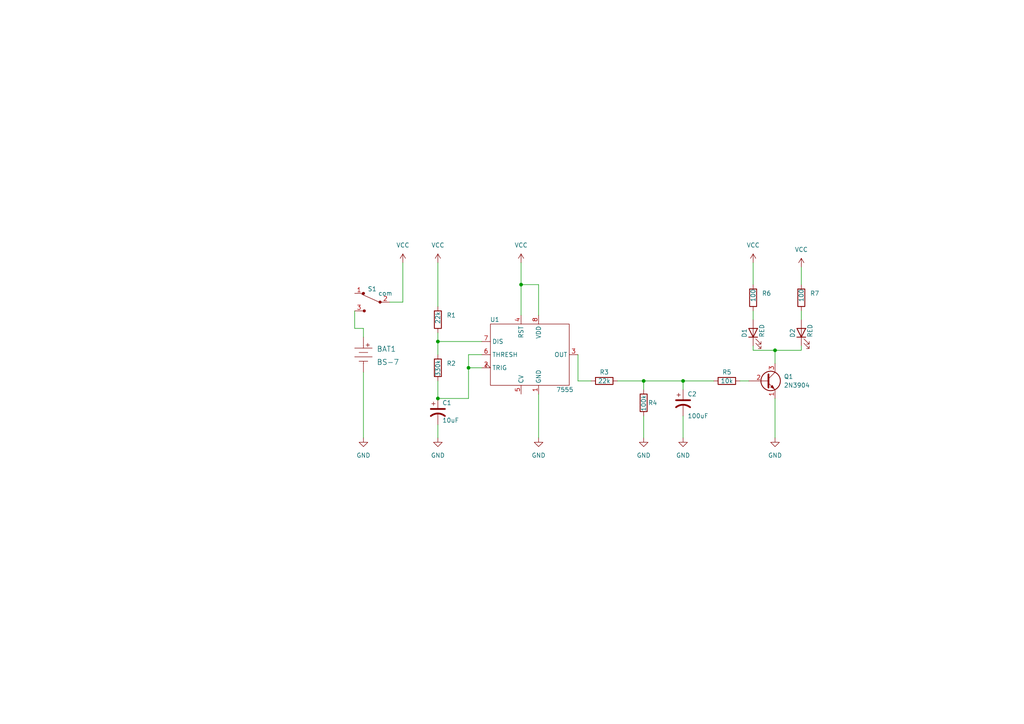
<source format=kicad_sch>
(kicad_sch (version 20211123) (generator eeschema)

  (uuid df7fbaa3-7097-4495-9c92-0586f07d2920)

  (paper "A4")

  (title_block
    (title "555_badge")
    (date "2022-08-03")
    (rev "v01")
    (comment 2 "zongraceo@gmail.com")
    (comment 3 "Licence: CC BY 4.0")
    (comment 4 "Author: Grace Zongo")
  )

  (lib_symbols
    (symbol "555_badge:7555" (in_bom yes) (on_board yes)
      (property "Reference" "U" (id 0) (at -8.89 10.16 0)
        (effects (font (size 1.27 1.27)))
      )
      (property "Value" "7555" (id 1) (at 8.89 -10.16 0)
        (effects (font (size 1.27 1.27)))
      )
      (property "Footprint" "" (id 2) (at 0 0 0)
        (effects (font (size 1.27 1.27)) hide)
      )
      (property "Datasheet" "" (id 3) (at 0 0 0)
        (effects (font (size 1.27 1.27)) hide)
      )
      (symbol "7555_0_1"
        (rectangle (start 11.43 -8.89) (end -11.43 8.89)
          (stroke (width 0) (type default) (color 0 0 0 0))
          (fill (type none))
        )
      )
      (symbol "7555_1_1"
        (pin input line (at 2.54 -11.43 90) (length 2.54)
          (name "GND" (effects (font (size 1.27 1.27))))
          (number "1" (effects (font (size 1.27 1.27))))
        )
        (pin input input_low (at -13.97 -3.81 0) (length 2.54)
          (name "TRIG" (effects (font (size 1.27 1.27))))
          (number "2" (effects (font (size 1.27 1.27))))
        )
        (pin input line (at 13.97 0 180) (length 2.54)
          (name "OUT" (effects (font (size 1.27 1.27))))
          (number "3" (effects (font (size 1.27 1.27))))
        )
        (pin input line (at -2.54 11.43 270) (length 2.54)
          (name "RST" (effects (font (size 1.27 1.27))))
          (number "4" (effects (font (size 1.27 1.27))))
        )
        (pin input line (at -2.54 -11.43 90) (length 2.54)
          (name "CV" (effects (font (size 1.27 1.27))))
          (number "5" (effects (font (size 1.27 1.27))))
        )
        (pin input line (at -13.97 0 0) (length 2.54)
          (name "THRESH" (effects (font (size 1.27 1.27))))
          (number "6" (effects (font (size 1.27 1.27))))
        )
        (pin input line (at -13.97 3.81 0) (length 2.54)
          (name "DIS" (effects (font (size 1.27 1.27))))
          (number "7" (effects (font (size 1.27 1.27))))
        )
        (pin input line (at 2.54 11.43 270) (length 2.54)
          (name "VDD" (effects (font (size 1.27 1.27))))
          (number "8" (effects (font (size 1.27 1.27))))
        )
      )
    )
    (symbol "Device:C_Polarized_US" (pin_numbers hide) (pin_names (offset 0.254) hide) (in_bom yes) (on_board yes)
      (property "Reference" "C" (id 0) (at 0.635 2.54 0)
        (effects (font (size 1.27 1.27)) (justify left))
      )
      (property "Value" "C_Polarized_US" (id 1) (at 0.635 -2.54 0)
        (effects (font (size 1.27 1.27)) (justify left))
      )
      (property "Footprint" "" (id 2) (at 0 0 0)
        (effects (font (size 1.27 1.27)) hide)
      )
      (property "Datasheet" "~" (id 3) (at 0 0 0)
        (effects (font (size 1.27 1.27)) hide)
      )
      (property "ki_keywords" "cap capacitor" (id 4) (at 0 0 0)
        (effects (font (size 1.27 1.27)) hide)
      )
      (property "ki_description" "Polarized capacitor, US symbol" (id 5) (at 0 0 0)
        (effects (font (size 1.27 1.27)) hide)
      )
      (property "ki_fp_filters" "CP_*" (id 6) (at 0 0 0)
        (effects (font (size 1.27 1.27)) hide)
      )
      (symbol "C_Polarized_US_0_1"
        (polyline
          (pts
            (xy -2.032 0.762)
            (xy 2.032 0.762)
          )
          (stroke (width 0.508) (type default) (color 0 0 0 0))
          (fill (type none))
        )
        (polyline
          (pts
            (xy -1.778 2.286)
            (xy -0.762 2.286)
          )
          (stroke (width 0) (type default) (color 0 0 0 0))
          (fill (type none))
        )
        (polyline
          (pts
            (xy -1.27 1.778)
            (xy -1.27 2.794)
          )
          (stroke (width 0) (type default) (color 0 0 0 0))
          (fill (type none))
        )
        (arc (start 2.032 -1.27) (mid 0 -0.5572) (end -2.032 -1.27)
          (stroke (width 0.508) (type default) (color 0 0 0 0))
          (fill (type none))
        )
      )
      (symbol "C_Polarized_US_1_1"
        (pin passive line (at 0 3.81 270) (length 2.794)
          (name "~" (effects (font (size 1.27 1.27))))
          (number "1" (effects (font (size 1.27 1.27))))
        )
        (pin passive line (at 0 -3.81 90) (length 3.302)
          (name "~" (effects (font (size 1.27 1.27))))
          (number "2" (effects (font (size 1.27 1.27))))
        )
      )
    )
    (symbol "Device:LED" (pin_numbers hide) (pin_names (offset 1.016) hide) (in_bom yes) (on_board yes)
      (property "Reference" "D" (id 0) (at 0 2.54 0)
        (effects (font (size 1.27 1.27)))
      )
      (property "Value" "LED" (id 1) (at 0 -2.54 0)
        (effects (font (size 1.27 1.27)))
      )
      (property "Footprint" "" (id 2) (at 0 0 0)
        (effects (font (size 1.27 1.27)) hide)
      )
      (property "Datasheet" "~" (id 3) (at 0 0 0)
        (effects (font (size 1.27 1.27)) hide)
      )
      (property "ki_keywords" "LED diode" (id 4) (at 0 0 0)
        (effects (font (size 1.27 1.27)) hide)
      )
      (property "ki_description" "Light emitting diode" (id 5) (at 0 0 0)
        (effects (font (size 1.27 1.27)) hide)
      )
      (property "ki_fp_filters" "LED* LED_SMD:* LED_THT:*" (id 6) (at 0 0 0)
        (effects (font (size 1.27 1.27)) hide)
      )
      (symbol "LED_0_1"
        (polyline
          (pts
            (xy -1.27 -1.27)
            (xy -1.27 1.27)
          )
          (stroke (width 0.254) (type default) (color 0 0 0 0))
          (fill (type none))
        )
        (polyline
          (pts
            (xy -1.27 0)
            (xy 1.27 0)
          )
          (stroke (width 0) (type default) (color 0 0 0 0))
          (fill (type none))
        )
        (polyline
          (pts
            (xy 1.27 -1.27)
            (xy 1.27 1.27)
            (xy -1.27 0)
            (xy 1.27 -1.27)
          )
          (stroke (width 0.254) (type default) (color 0 0 0 0))
          (fill (type none))
        )
        (polyline
          (pts
            (xy -3.048 -0.762)
            (xy -4.572 -2.286)
            (xy -3.81 -2.286)
            (xy -4.572 -2.286)
            (xy -4.572 -1.524)
          )
          (stroke (width 0) (type default) (color 0 0 0 0))
          (fill (type none))
        )
        (polyline
          (pts
            (xy -1.778 -0.762)
            (xy -3.302 -2.286)
            (xy -2.54 -2.286)
            (xy -3.302 -2.286)
            (xy -3.302 -1.524)
          )
          (stroke (width 0) (type default) (color 0 0 0 0))
          (fill (type none))
        )
      )
      (symbol "LED_1_1"
        (pin passive line (at -3.81 0 0) (length 2.54)
          (name "K" (effects (font (size 1.27 1.27))))
          (number "1" (effects (font (size 1.27 1.27))))
        )
        (pin passive line (at 3.81 0 180) (length 2.54)
          (name "A" (effects (font (size 1.27 1.27))))
          (number "2" (effects (font (size 1.27 1.27))))
        )
      )
    )
    (symbol "Device:R" (pin_numbers hide) (pin_names (offset 0)) (in_bom yes) (on_board yes)
      (property "Reference" "R" (id 0) (at 2.032 0 90)
        (effects (font (size 1.27 1.27)))
      )
      (property "Value" "R" (id 1) (at 0 0 90)
        (effects (font (size 1.27 1.27)))
      )
      (property "Footprint" "" (id 2) (at -1.778 0 90)
        (effects (font (size 1.27 1.27)) hide)
      )
      (property "Datasheet" "~" (id 3) (at 0 0 0)
        (effects (font (size 1.27 1.27)) hide)
      )
      (property "ki_keywords" "R res resistor" (id 4) (at 0 0 0)
        (effects (font (size 1.27 1.27)) hide)
      )
      (property "ki_description" "Resistor" (id 5) (at 0 0 0)
        (effects (font (size 1.27 1.27)) hide)
      )
      (property "ki_fp_filters" "R_*" (id 6) (at 0 0 0)
        (effects (font (size 1.27 1.27)) hide)
      )
      (symbol "R_0_1"
        (rectangle (start -1.016 -2.54) (end 1.016 2.54)
          (stroke (width 0.254) (type default) (color 0 0 0 0))
          (fill (type none))
        )
      )
      (symbol "R_1_1"
        (pin passive line (at 0 3.81 270) (length 1.27)
          (name "~" (effects (font (size 1.27 1.27))))
          (number "1" (effects (font (size 1.27 1.27))))
        )
        (pin passive line (at 0 -3.81 90) (length 1.27)
          (name "~" (effects (font (size 1.27 1.27))))
          (number "2" (effects (font (size 1.27 1.27))))
        )
      )
    )
    (symbol "Transistor_BJT:2N3904" (pin_names (offset 0) hide) (in_bom yes) (on_board yes)
      (property "Reference" "Q" (id 0) (at 5.08 1.905 0)
        (effects (font (size 1.27 1.27)) (justify left))
      )
      (property "Value" "2N3904" (id 1) (at 5.08 0 0)
        (effects (font (size 1.27 1.27)) (justify left))
      )
      (property "Footprint" "Package_TO_SOT_THT:TO-92_Inline" (id 2) (at 5.08 -1.905 0)
        (effects (font (size 1.27 1.27) italic) (justify left) hide)
      )
      (property "Datasheet" "https://www.onsemi.com/pub/Collateral/2N3903-D.PDF" (id 3) (at 0 0 0)
        (effects (font (size 1.27 1.27)) (justify left) hide)
      )
      (property "ki_keywords" "NPN Transistor" (id 4) (at 0 0 0)
        (effects (font (size 1.27 1.27)) hide)
      )
      (property "ki_description" "0.2A Ic, 40V Vce, Small Signal NPN Transistor, TO-92" (id 5) (at 0 0 0)
        (effects (font (size 1.27 1.27)) hide)
      )
      (property "ki_fp_filters" "TO?92*" (id 6) (at 0 0 0)
        (effects (font (size 1.27 1.27)) hide)
      )
      (symbol "2N3904_0_1"
        (polyline
          (pts
            (xy 0.635 0.635)
            (xy 2.54 2.54)
          )
          (stroke (width 0) (type default) (color 0 0 0 0))
          (fill (type none))
        )
        (polyline
          (pts
            (xy 0.635 -0.635)
            (xy 2.54 -2.54)
            (xy 2.54 -2.54)
          )
          (stroke (width 0) (type default) (color 0 0 0 0))
          (fill (type none))
        )
        (polyline
          (pts
            (xy 0.635 1.905)
            (xy 0.635 -1.905)
            (xy 0.635 -1.905)
          )
          (stroke (width 0.508) (type default) (color 0 0 0 0))
          (fill (type none))
        )
        (polyline
          (pts
            (xy 1.27 -1.778)
            (xy 1.778 -1.27)
            (xy 2.286 -2.286)
            (xy 1.27 -1.778)
            (xy 1.27 -1.778)
          )
          (stroke (width 0) (type default) (color 0 0 0 0))
          (fill (type outline))
        )
        (circle (center 1.27 0) (radius 2.8194)
          (stroke (width 0.254) (type default) (color 0 0 0 0))
          (fill (type none))
        )
      )
      (symbol "2N3904_1_1"
        (pin passive line (at 2.54 -5.08 90) (length 2.54)
          (name "E" (effects (font (size 1.27 1.27))))
          (number "1" (effects (font (size 1.27 1.27))))
        )
        (pin passive line (at -5.08 0 0) (length 5.715)
          (name "B" (effects (font (size 1.27 1.27))))
          (number "2" (effects (font (size 1.27 1.27))))
        )
        (pin passive line (at 2.54 5.08 270) (length 2.54)
          (name "C" (effects (font (size 1.27 1.27))))
          (number "3" (effects (font (size 1.27 1.27))))
        )
      )
    )
    (symbol "dk_Battery-Holders-Clips-Contacts:BS-7" (pin_numbers hide) (pin_names (offset 1.016)) (in_bom yes) (on_board yes)
      (property "Reference" "BAT" (id 0) (at -1.27 3.81 0)
        (effects (font (size 1.524 1.524)) (justify right))
      )
      (property "Value" "BS-7" (id 1) (at -1.27 -3.81 0)
        (effects (font (size 1.524 1.524)) (justify right))
      )
      (property "Footprint" "digikey-footprints:Battery_Holder_Coin_2032_BS-7" (id 2) (at 5.08 5.08 0)
        (effects (font (size 1.524 1.524)) (justify left) hide)
      )
      (property "Datasheet" "http://www.memoryprotectiondevices.com/datasheets/BS-7-datasheet.pdf" (id 3) (at 5.08 7.62 90)
        (effects (font (size 1.524 1.524)) (justify left) hide)
      )
      (property "Digi-Key_PN" "BS-7-ND" (id 4) (at 5.08 10.16 0)
        (effects (font (size 1.524 1.524)) (justify left) hide)
      )
      (property "MPN" "BS-7" (id 5) (at 5.08 12.7 0)
        (effects (font (size 1.524 1.524)) (justify left) hide)
      )
      (property "Category" "Battery Products" (id 6) (at 5.08 15.24 0)
        (effects (font (size 1.524 1.524)) (justify left) hide)
      )
      (property "Family" "Battery Holders, Clips, Contacts" (id 7) (at 5.08 17.78 0)
        (effects (font (size 1.524 1.524)) (justify left) hide)
      )
      (property "DK_Datasheet_Link" "http://www.memoryprotectiondevices.com/datasheets/BS-7-datasheet.pdf" (id 8) (at 5.08 20.32 0)
        (effects (font (size 1.524 1.524)) (justify left) hide)
      )
      (property "DK_Detail_Page" "/product-detail/en/mpd-memory-protection-devices/BS-7/BS-7-ND/389447" (id 9) (at 5.08 22.86 0)
        (effects (font (size 1.524 1.524)) (justify left) hide)
      )
      (property "Description" "BATTERY HOLDER COIN 20MM PC PIN" (id 10) (at 5.08 25.4 0)
        (effects (font (size 1.524 1.524)) (justify left) hide)
      )
      (property "Manufacturer" "MPD (Memory Protection Devices)" (id 11) (at 5.08 27.94 0)
        (effects (font (size 1.524 1.524)) (justify left) hide)
      )
      (property "Status" "Active" (id 12) (at 5.08 30.48 0)
        (effects (font (size 1.524 1.524)) (justify left) hide)
      )
      (property "ki_keywords" "BS-7-ND" (id 13) (at 0 0 0)
        (effects (font (size 1.27 1.27)) hide)
      )
      (property "ki_description" "BATTERY HOLDER COIN 20MM PC PIN" (id 14) (at 0 0 0)
        (effects (font (size 1.27 1.27)) hide)
      )
      (symbol "BS-7_1_1"
        (polyline
          (pts
            (xy 0 -2.54)
            (xy 0 -1.905)
          )
          (stroke (width 0) (type default) (color 0 0 0 0))
          (fill (type none))
        )
        (polyline
          (pts
            (xy 0 1.905)
            (xy 0 2.54)
          )
          (stroke (width 0) (type default) (color 0 0 0 0))
          (fill (type none))
        )
        (polyline
          (pts
            (xy 1.27 -1.905)
            (xy -1.27 -1.905)
          )
          (stroke (width 0) (type default) (color 0 0 0 0))
          (fill (type none))
        )
        (polyline
          (pts
            (xy 1.27 0.635)
            (xy -1.27 0.635)
          )
          (stroke (width 0) (type default) (color 0 0 0 0))
          (fill (type none))
        )
        (polyline
          (pts
            (xy 1.27 2.286)
            (xy 1.27 3.302)
          )
          (stroke (width 0) (type default) (color 0 0 0 0))
          (fill (type none))
        )
        (polyline
          (pts
            (xy 1.778 2.794)
            (xy 0.762 2.794)
          )
          (stroke (width 0) (type default) (color 0 0 0 0))
          (fill (type none))
        )
        (polyline
          (pts
            (xy 2.54 -0.635)
            (xy -2.54 -0.635)
          )
          (stroke (width 0) (type default) (color 0 0 0 0))
          (fill (type none))
        )
        (polyline
          (pts
            (xy 2.54 1.905)
            (xy -2.54 1.905)
          )
          (stroke (width 0) (type default) (color 0 0 0 0))
          (fill (type none))
        )
        (pin power_out line (at 0 -5.08 90) (length 2.54)
          (name "~" (effects (font (size 1.27 1.27))))
          (number "Neg" (effects (font (size 1.27 1.27))))
        )
        (pin power_out line (at 0 5.08 270) (length 2.54)
          (name "~" (effects (font (size 1.27 1.27))))
          (number "Pos" (effects (font (size 1.27 1.27))))
        )
      )
    )
    (symbol "dk_Slide-Switches:EG1218" (pin_names (offset 0)) (in_bom yes) (on_board yes)
      (property "Reference" "S" (id 0) (at -3.81 2.286 0)
        (effects (font (size 1.27 1.27)))
      )
      (property "Value" "EG1218" (id 1) (at 0 -5.334 0)
        (effects (font (size 1.27 1.27)))
      )
      (property "Footprint" "digikey-footprints:Switch_Slide_11.6x4mm_EG1218" (id 2) (at 5.08 5.08 0)
        (effects (font (size 1.27 1.27)) (justify left) hide)
      )
      (property "Datasheet" "http://spec_sheets.e-switch.com/specs/P040040.pdf" (id 3) (at 5.08 7.62 0)
        (effects (font (size 1.524 1.524)) (justify left) hide)
      )
      (property "Digi-Key_PN" "EG1903-ND" (id 4) (at 5.08 10.16 0)
        (effects (font (size 1.524 1.524)) (justify left) hide)
      )
      (property "MPN" "EG1218" (id 5) (at 5.08 12.7 0)
        (effects (font (size 1.524 1.524)) (justify left) hide)
      )
      (property "Category" "Switches" (id 6) (at 5.08 15.24 0)
        (effects (font (size 1.524 1.524)) (justify left) hide)
      )
      (property "Family" "Slide Switches" (id 7) (at 5.08 17.78 0)
        (effects (font (size 1.524 1.524)) (justify left) hide)
      )
      (property "DK_Datasheet_Link" "http://spec_sheets.e-switch.com/specs/P040040.pdf" (id 8) (at 5.08 20.32 0)
        (effects (font (size 1.524 1.524)) (justify left) hide)
      )
      (property "DK_Detail_Page" "/product-detail/en/e-switch/EG1218/EG1903-ND/101726" (id 9) (at 5.08 22.86 0)
        (effects (font (size 1.524 1.524)) (justify left) hide)
      )
      (property "Description" "SWITCH SLIDE SPDT 200MA 30V" (id 10) (at 5.08 25.4 0)
        (effects (font (size 1.524 1.524)) (justify left) hide)
      )
      (property "Manufacturer" "E-Switch" (id 11) (at 5.08 27.94 0)
        (effects (font (size 1.524 1.524)) (justify left) hide)
      )
      (property "Status" "Active" (id 12) (at 5.08 30.48 0)
        (effects (font (size 1.524 1.524)) (justify left) hide)
      )
      (property "ki_keywords" "EG1903-ND EG" (id 13) (at 0 0 0)
        (effects (font (size 1.27 1.27)) hide)
      )
      (property "ki_description" "SWITCH SLIDE SPDT 200MA 30V" (id 14) (at 0 0 0)
        (effects (font (size 1.27 1.27)) hide)
      )
      (symbol "EG1218_0_1"
        (circle (center -2.286 0) (radius 0.3556)
          (stroke (width 0) (type default) (color 0 0 0 0))
          (fill (type outline))
        )
        (polyline
          (pts
            (xy -2.032 0)
            (xy 3.048 2.286)
          )
          (stroke (width 0) (type default) (color 0 0 0 0))
          (fill (type none))
        )
        (circle (center 2.286 -2.54) (radius 0.3556)
          (stroke (width 0) (type default) (color 0 0 0 0))
          (fill (type outline))
        )
        (circle (center 2.54 2.54) (radius 0.3556)
          (stroke (width 0) (type default) (color 0 0 0 0))
          (fill (type outline))
        )
      )
      (symbol "EG1218_1_1"
        (pin passive line (at 5.08 2.54 180) (length 2.54)
          (name "~" (effects (font (size 1.27 1.27))))
          (number "1" (effects (font (size 1.27 1.27))))
        )
        (pin passive line (at -5.08 0 0) (length 2.54)
          (name "~" (effects (font (size 1.27 1.27))))
          (number "2" (effects (font (size 1.27 1.27))))
        )
        (pin passive line (at 5.08 -2.54 180) (length 2.54)
          (name "~" (effects (font (size 1.27 1.27))))
          (number "3" (effects (font (size 1.27 1.27))))
        )
      )
    )
    (symbol "power:GND" (power) (pin_names (offset 0)) (in_bom yes) (on_board yes)
      (property "Reference" "#PWR" (id 0) (at 0 -6.35 0)
        (effects (font (size 1.27 1.27)) hide)
      )
      (property "Value" "GND" (id 1) (at 0 -3.81 0)
        (effects (font (size 1.27 1.27)))
      )
      (property "Footprint" "" (id 2) (at 0 0 0)
        (effects (font (size 1.27 1.27)) hide)
      )
      (property "Datasheet" "" (id 3) (at 0 0 0)
        (effects (font (size 1.27 1.27)) hide)
      )
      (property "ki_keywords" "power-flag" (id 4) (at 0 0 0)
        (effects (font (size 1.27 1.27)) hide)
      )
      (property "ki_description" "Power symbol creates a global label with name \"GND\" , ground" (id 5) (at 0 0 0)
        (effects (font (size 1.27 1.27)) hide)
      )
      (symbol "GND_0_1"
        (polyline
          (pts
            (xy 0 0)
            (xy 0 -1.27)
            (xy 1.27 -1.27)
            (xy 0 -2.54)
            (xy -1.27 -1.27)
            (xy 0 -1.27)
          )
          (stroke (width 0) (type default) (color 0 0 0 0))
          (fill (type none))
        )
      )
      (symbol "GND_1_1"
        (pin power_in line (at 0 0 270) (length 0) hide
          (name "GND" (effects (font (size 1.27 1.27))))
          (number "1" (effects (font (size 1.27 1.27))))
        )
      )
    )
    (symbol "power:VCC" (power) (pin_names (offset 0)) (in_bom yes) (on_board yes)
      (property "Reference" "#PWR" (id 0) (at 0 -3.81 0)
        (effects (font (size 1.27 1.27)) hide)
      )
      (property "Value" "VCC" (id 1) (at 0 3.81 0)
        (effects (font (size 1.27 1.27)))
      )
      (property "Footprint" "" (id 2) (at 0 0 0)
        (effects (font (size 1.27 1.27)) hide)
      )
      (property "Datasheet" "" (id 3) (at 0 0 0)
        (effects (font (size 1.27 1.27)) hide)
      )
      (property "ki_keywords" "power-flag" (id 4) (at 0 0 0)
        (effects (font (size 1.27 1.27)) hide)
      )
      (property "ki_description" "Power symbol creates a global label with name \"VCC\"" (id 5) (at 0 0 0)
        (effects (font (size 1.27 1.27)) hide)
      )
      (symbol "VCC_0_1"
        (polyline
          (pts
            (xy -0.762 1.27)
            (xy 0 2.54)
          )
          (stroke (width 0) (type default) (color 0 0 0 0))
          (fill (type none))
        )
        (polyline
          (pts
            (xy 0 0)
            (xy 0 2.54)
          )
          (stroke (width 0) (type default) (color 0 0 0 0))
          (fill (type none))
        )
        (polyline
          (pts
            (xy 0 2.54)
            (xy 0.762 1.27)
          )
          (stroke (width 0) (type default) (color 0 0 0 0))
          (fill (type none))
        )
      )
      (symbol "VCC_1_1"
        (pin power_in line (at 0 0 90) (length 0) hide
          (name "VCC" (effects (font (size 1.27 1.27))))
          (number "1" (effects (font (size 1.27 1.27))))
        )
      )
    )
  )

  (junction (at 135.89 106.68) (diameter 0) (color 0 0 0 0)
    (uuid 08b61df7-7c05-47dd-8d7d-af41f11f7ae4)
  )
  (junction (at 198.12 110.49) (diameter 0) (color 0 0 0 0)
    (uuid 20e8f2cc-ab8a-4270-8390-ca73c26d9a8c)
  )
  (junction (at 127 99.06) (diameter 0) (color 0 0 0 0)
    (uuid 2b0560bd-ff6b-405e-bfd3-333a4dde986f)
  )
  (junction (at 151.13 82.55) (diameter 0) (color 0 0 0 0)
    (uuid 642e8f39-bfe7-4978-a0b6-0d829dd41789)
  )
  (junction (at 186.69 110.49) (diameter 0) (color 0 0 0 0)
    (uuid 670b863a-8d49-46d4-b625-2de01d967f6e)
  )
  (junction (at 224.79 101.6) (diameter 0) (color 0 0 0 0)
    (uuid cfbf0845-f3c2-496f-99a7-24e338413cc4)
  )
  (junction (at 127 115.57) (diameter 0) (color 0 0 0 0)
    (uuid efb16aaa-7d7a-4e10-bd38-f5bf6217eb6b)
  )

  (wire (pts (xy 135.89 106.68) (xy 135.89 102.87))
    (stroke (width 0) (type default) (color 0 0 0 0))
    (uuid 03fca41a-89f8-4721-968b-df75123e701e)
  )
  (wire (pts (xy 135.89 102.87) (xy 139.7 102.87))
    (stroke (width 0) (type default) (color 0 0 0 0))
    (uuid 0731b7a6-ec2f-41b5-a488-17d780d0bb85)
  )
  (wire (pts (xy 102.87 90.17) (xy 102.87 95.25))
    (stroke (width 0) (type default) (color 0 0 0 0))
    (uuid 1b416299-51ca-413a-a4a5-abb98157f0bc)
  )
  (wire (pts (xy 105.41 95.25) (xy 102.87 95.25))
    (stroke (width 0) (type default) (color 0 0 0 0))
    (uuid 240a8927-81c2-45a2-82f6-0a4e381cf911)
  )
  (wire (pts (xy 224.79 101.6) (xy 232.41 101.6))
    (stroke (width 0) (type default) (color 0 0 0 0))
    (uuid 2b7e788b-8d3a-45dd-85ad-19e2c3921c4c)
  )
  (wire (pts (xy 224.79 101.6) (xy 218.44 101.6))
    (stroke (width 0) (type default) (color 0 0 0 0))
    (uuid 40e8a319-6bdd-43ce-9a8d-b0f8c707bbe0)
  )
  (wire (pts (xy 151.13 82.55) (xy 151.13 91.44))
    (stroke (width 0) (type default) (color 0 0 0 0))
    (uuid 48232d96-91c1-4605-b7cd-e9dfd7994f7c)
  )
  (wire (pts (xy 198.12 110.49) (xy 198.12 113.03))
    (stroke (width 0) (type default) (color 0 0 0 0))
    (uuid 4c37f258-9fea-4063-84e0-1c9e298fee3e)
  )
  (wire (pts (xy 214.63 110.49) (xy 217.17 110.49))
    (stroke (width 0) (type default) (color 0 0 0 0))
    (uuid 5097735f-aca0-473e-a4a9-853de7a75468)
  )
  (wire (pts (xy 151.13 82.55) (xy 156.21 82.55))
    (stroke (width 0) (type default) (color 0 0 0 0))
    (uuid 558fc5e8-316b-4cbf-a3ed-91c52dddd8ab)
  )
  (wire (pts (xy 156.21 114.3) (xy 156.21 127))
    (stroke (width 0) (type default) (color 0 0 0 0))
    (uuid 57f99cb4-2293-41f2-96d3-8b46ac2f1fec)
  )
  (wire (pts (xy 186.69 110.49) (xy 186.69 113.03))
    (stroke (width 0) (type default) (color 0 0 0 0))
    (uuid 5c34adb7-a629-488c-ba98-0e0d879da2a4)
  )
  (wire (pts (xy 198.12 110.49) (xy 207.01 110.49))
    (stroke (width 0) (type default) (color 0 0 0 0))
    (uuid 6742a2bd-d874-4165-844d-85867bfecd47)
  )
  (wire (pts (xy 127 99.06) (xy 127 102.87))
    (stroke (width 0) (type default) (color 0 0 0 0))
    (uuid 6bd5515d-6b9d-4894-80eb-4ffdfed5eada)
  )
  (wire (pts (xy 127 115.57) (xy 135.89 115.57))
    (stroke (width 0) (type default) (color 0 0 0 0))
    (uuid 6db59bfc-28b9-40c6-abf9-2c009136256d)
  )
  (wire (pts (xy 167.64 110.49) (xy 171.45 110.49))
    (stroke (width 0) (type default) (color 0 0 0 0))
    (uuid 74af732b-7c5a-4bf1-99cf-b426b37541b2)
  )
  (wire (pts (xy 218.44 90.17) (xy 218.44 92.71))
    (stroke (width 0) (type default) (color 0 0 0 0))
    (uuid 7ac022bf-df03-4247-a1c4-fc892d9c2e44)
  )
  (wire (pts (xy 186.69 110.49) (xy 198.12 110.49))
    (stroke (width 0) (type default) (color 0 0 0 0))
    (uuid 7e882efc-1482-451e-a23e-7a000e77191d)
  )
  (wire (pts (xy 105.41 107.95) (xy 105.41 127))
    (stroke (width 0) (type default) (color 0 0 0 0))
    (uuid 828aeab3-2bd5-4495-b699-48115bc1abd7)
  )
  (wire (pts (xy 156.21 91.44) (xy 156.21 82.55))
    (stroke (width 0) (type default) (color 0 0 0 0))
    (uuid 82be66fd-52ff-4376-8670-b149a81c7b37)
  )
  (wire (pts (xy 232.41 77.47) (xy 232.41 82.55))
    (stroke (width 0) (type default) (color 0 0 0 0))
    (uuid 864228a8-e5eb-4c65-b3ed-d152ccaf01ad)
  )
  (wire (pts (xy 179.07 110.49) (xy 186.69 110.49))
    (stroke (width 0) (type default) (color 0 0 0 0))
    (uuid 99f053bb-8600-46c5-a2f8-f0c06e1aa1d4)
  )
  (wire (pts (xy 232.41 90.17) (xy 232.41 92.71))
    (stroke (width 0) (type default) (color 0 0 0 0))
    (uuid acd48934-218b-475c-862c-32e4bd3edf0c)
  )
  (wire (pts (xy 232.41 100.33) (xy 232.41 101.6))
    (stroke (width 0) (type default) (color 0 0 0 0))
    (uuid ad47cc37-6222-457c-be57-be078b964629)
  )
  (wire (pts (xy 116.84 76.2) (xy 116.84 87.63))
    (stroke (width 0) (type default) (color 0 0 0 0))
    (uuid b2e14427-e555-465a-8e31-2ed3d9650262)
  )
  (wire (pts (xy 127 99.06) (xy 139.7 99.06))
    (stroke (width 0) (type default) (color 0 0 0 0))
    (uuid b619e632-b5a8-45f2-b49b-c399d882fb35)
  )
  (wire (pts (xy 167.64 102.87) (xy 167.64 110.49))
    (stroke (width 0) (type default) (color 0 0 0 0))
    (uuid ba5bde10-ff2f-48dc-afa4-75d3d1d908ab)
  )
  (wire (pts (xy 135.89 106.68) (xy 139.7 106.68))
    (stroke (width 0) (type default) (color 0 0 0 0))
    (uuid c1ca6519-c522-44e2-be76-f1fc45eb467b)
  )
  (wire (pts (xy 186.69 120.65) (xy 186.69 127))
    (stroke (width 0) (type default) (color 0 0 0 0))
    (uuid c57b2ef5-e641-40d6-b893-24d0d1c4369f)
  )
  (wire (pts (xy 224.79 105.41) (xy 224.79 101.6))
    (stroke (width 0) (type default) (color 0 0 0 0))
    (uuid c7b2466c-93c6-4e7c-b25d-26b7c1ee1bab)
  )
  (wire (pts (xy 218.44 100.33) (xy 218.44 101.6))
    (stroke (width 0) (type default) (color 0 0 0 0))
    (uuid cc66b951-438a-4bfe-9155-f9deef134686)
  )
  (wire (pts (xy 127 123.19) (xy 127 127))
    (stroke (width 0) (type default) (color 0 0 0 0))
    (uuid d2775ec9-a6c7-4dab-919b-004bd5024c90)
  )
  (wire (pts (xy 224.79 115.57) (xy 224.79 127))
    (stroke (width 0) (type default) (color 0 0 0 0))
    (uuid d83dcb52-c210-441e-875b-58e19f3508be)
  )
  (wire (pts (xy 198.12 120.65) (xy 198.12 127))
    (stroke (width 0) (type default) (color 0 0 0 0))
    (uuid d987bab5-6243-4506-ac94-bc1908738ed2)
  )
  (wire (pts (xy 127 110.49) (xy 127 115.57))
    (stroke (width 0) (type default) (color 0 0 0 0))
    (uuid defcd78c-1ffe-418b-be6d-d144b2e006c1)
  )
  (wire (pts (xy 127 76.2) (xy 127 88.9))
    (stroke (width 0) (type default) (color 0 0 0 0))
    (uuid e5e2b78d-a5a3-4d4c-bf60-c1871f2281ad)
  )
  (wire (pts (xy 151.13 76.2) (xy 151.13 82.55))
    (stroke (width 0) (type default) (color 0 0 0 0))
    (uuid ea9f959a-08c8-460d-b91e-9a627fdcd09c)
  )
  (wire (pts (xy 105.41 97.79) (xy 105.41 95.25))
    (stroke (width 0) (type default) (color 0 0 0 0))
    (uuid ee0867c6-eb87-4ec4-a432-215b832a6a87)
  )
  (wire (pts (xy 135.89 115.57) (xy 135.89 106.68))
    (stroke (width 0) (type default) (color 0 0 0 0))
    (uuid f0a07b6c-9e83-45ed-ab53-57c5d81a8150)
  )
  (wire (pts (xy 113.03 87.63) (xy 116.84 87.63))
    (stroke (width 0) (type default) (color 0 0 0 0))
    (uuid f175d2e8-ae07-4805-863d-9301e414cf38)
  )
  (wire (pts (xy 127 96.52) (xy 127 99.06))
    (stroke (width 0) (type default) (color 0 0 0 0))
    (uuid f6d117c5-1b98-4380-8f4e-a8b0e0504cd4)
  )
  (wire (pts (xy 218.44 76.2) (xy 218.44 82.55))
    (stroke (width 0) (type default) (color 0 0 0 0))
    (uuid fe06bbfb-54d1-4b71-acd7-ca11b89d7cdf)
  )

  (symbol (lib_id "Device:R") (at 232.41 86.36 0) (unit 1)
    (in_bom yes) (on_board yes)
    (uuid 19a56018-58bb-442c-9d2d-587135328478)
    (property "Reference" "R7" (id 0) (at 234.95 85.0899 0)
      (effects (font (size 1.27 1.27)) (justify left))
    )
    (property "Value" "100" (id 1) (at 232.41 87.63 90)
      (effects (font (size 1.27 1.27)) (justify left))
    )
    (property "Footprint" "Resistor_THT:R_Axial_DIN0207_L6.3mm_D2.5mm_P7.62mm_Horizontal" (id 2) (at 230.632 86.36 90)
      (effects (font (size 1.27 1.27)) hide)
    )
    (property "Datasheet" "~" (id 3) (at 232.41 86.36 0)
      (effects (font (size 1.27 1.27)) hide)
    )
    (pin "1" (uuid bd492fb7-6a0b-411b-a839-59b76fd59697))
    (pin "2" (uuid 1a21f227-b695-4796-9ffd-ce7040bf8dbe))
  )

  (symbol (lib_id "power:GND") (at 105.41 127 0) (unit 1)
    (in_bom yes) (on_board yes) (fields_autoplaced)
    (uuid 1a24cd78-aa88-4411-98d5-56dbbc04d0e3)
    (property "Reference" "#PWR01" (id 0) (at 105.41 133.35 0)
      (effects (font (size 1.27 1.27)) hide)
    )
    (property "Value" "GND" (id 1) (at 105.41 132.08 0))
    (property "Footprint" "" (id 2) (at 105.41 127 0)
      (effects (font (size 1.27 1.27)) hide)
    )
    (property "Datasheet" "" (id 3) (at 105.41 127 0)
      (effects (font (size 1.27 1.27)) hide)
    )
    (pin "1" (uuid adf36465-0941-4f69-bc3c-ee75effa30a7))
  )

  (symbol (lib_id "dk_Slide-Switches:EG1218") (at 107.95 87.63 0) (mirror y) (unit 1)
    (in_bom yes) (on_board yes)
    (uuid 2665bcc9-3e1d-45dc-ab8a-8c6ed459917d)
    (property "Reference" "S1" (id 0) (at 107.95 83.82 0))
    (property "Value" "com" (id 1) (at 111.76 85.09 0))
    (property "Footprint" "digikey-footprints:Switch_Slide_11.6x4mm_EG1218" (id 2) (at 102.87 82.55 0)
      (effects (font (size 1.27 1.27)) (justify left) hide)
    )
    (property "Datasheet" "http://spec_sheets.e-switch.com/specs/P040040.pdf" (id 3) (at 102.87 80.01 0)
      (effects (font (size 1.524 1.524)) (justify left) hide)
    )
    (property "Digi-Key_PN" "EG1903-ND" (id 4) (at 102.87 77.47 0)
      (effects (font (size 1.524 1.524)) (justify left) hide)
    )
    (property "MPN" "EG1218" (id 5) (at 102.87 74.93 0)
      (effects (font (size 1.524 1.524)) (justify left) hide)
    )
    (property "Category" "Switches" (id 6) (at 102.87 72.39 0)
      (effects (font (size 1.524 1.524)) (justify left) hide)
    )
    (property "Family" "Slide Switches" (id 7) (at 102.87 69.85 0)
      (effects (font (size 1.524 1.524)) (justify left) hide)
    )
    (property "DK_Datasheet_Link" "http://spec_sheets.e-switch.com/specs/P040040.pdf" (id 8) (at 102.87 67.31 0)
      (effects (font (size 1.524 1.524)) (justify left) hide)
    )
    (property "DK_Detail_Page" "/product-detail/en/e-switch/EG1218/EG1903-ND/101726" (id 9) (at 102.87 64.77 0)
      (effects (font (size 1.524 1.524)) (justify left) hide)
    )
    (property "Description" "SWITCH SLIDE SPDT 200MA 30V" (id 10) (at 102.87 62.23 0)
      (effects (font (size 1.524 1.524)) (justify left) hide)
    )
    (property "Manufacturer" "E-Switch" (id 11) (at 102.87 59.69 0)
      (effects (font (size 1.524 1.524)) (justify left) hide)
    )
    (property "Status" "Active" (id 12) (at 102.87 57.15 0)
      (effects (font (size 1.524 1.524)) (justify left) hide)
    )
    (pin "1" (uuid 0a53df3f-5fc4-46c8-9389-93a93bbababe))
    (pin "2" (uuid 7e5f3684-225a-4d0f-a2f8-3c4ca6d52ac3))
    (pin "3" (uuid fb22dc94-f8f6-4e69-948a-858a010648a0))
  )

  (symbol (lib_id "power:VCC") (at 116.84 76.2 0) (unit 1)
    (in_bom yes) (on_board yes) (fields_autoplaced)
    (uuid 5b0279db-95bb-4458-b646-3ee14bb48871)
    (property "Reference" "#PWR02" (id 0) (at 116.84 80.01 0)
      (effects (font (size 1.27 1.27)) hide)
    )
    (property "Value" "VCC" (id 1) (at 116.84 71.12 0))
    (property "Footprint" "" (id 2) (at 116.84 76.2 0)
      (effects (font (size 1.27 1.27)) hide)
    )
    (property "Datasheet" "" (id 3) (at 116.84 76.2 0)
      (effects (font (size 1.27 1.27)) hide)
    )
    (pin "1" (uuid 75e6f6b5-1e0d-4c8b-9f66-1dbac85bef97))
  )

  (symbol (lib_id "Transistor_BJT:2N3904") (at 222.25 110.49 0) (unit 1)
    (in_bom yes) (on_board yes) (fields_autoplaced)
    (uuid 5e0f8c9a-e674-4c8f-aab6-838787808a06)
    (property "Reference" "Q1" (id 0) (at 227.33 109.2199 0)
      (effects (font (size 1.27 1.27)) (justify left))
    )
    (property "Value" "2N3904" (id 1) (at 227.33 111.7599 0)
      (effects (font (size 1.27 1.27)) (justify left))
    )
    (property "Footprint" "Package_TO_SOT_THT:TO-92_Inline" (id 2) (at 227.33 112.395 0)
      (effects (font (size 1.27 1.27) italic) (justify left) hide)
    )
    (property "Datasheet" "https://www.onsemi.com/pub/Collateral/2N3903-D.PDF" (id 3) (at 222.25 110.49 0)
      (effects (font (size 1.27 1.27)) (justify left) hide)
    )
    (pin "1" (uuid 72e3d470-48c3-4476-b72b-fe16afe4e92b))
    (pin "2" (uuid 5436008b-aee8-4c74-a955-6a6619be763f))
    (pin "3" (uuid 97937018-ba67-4ba5-bd23-aa51ae4cfc5f))
  )

  (symbol (lib_id "Device:R") (at 186.69 116.84 0) (unit 1)
    (in_bom yes) (on_board yes)
    (uuid 602e41d2-8b6d-42bc-bd49-9bd37cec50ce)
    (property "Reference" "R4" (id 0) (at 187.96 116.84 0)
      (effects (font (size 1.27 1.27)) (justify left))
    )
    (property "Value" "100k" (id 1) (at 186.69 119.38 90)
      (effects (font (size 1.27 1.27)) (justify left))
    )
    (property "Footprint" "Resistor_THT:R_Axial_DIN0207_L6.3mm_D2.5mm_P7.62mm_Horizontal" (id 2) (at 184.912 116.84 90)
      (effects (font (size 1.27 1.27)) hide)
    )
    (property "Datasheet" "~" (id 3) (at 186.69 116.84 0)
      (effects (font (size 1.27 1.27)) hide)
    )
    (pin "1" (uuid e22a8207-ba6e-408b-ad50-83d5fc9d63b5))
    (pin "2" (uuid 93873033-43fd-4f6a-a87f-3b48c137f3bd))
  )

  (symbol (lib_id "power:VCC") (at 151.13 76.2 0) (unit 1)
    (in_bom yes) (on_board yes) (fields_autoplaced)
    (uuid 6d638bfd-035c-4af0-8c22-6dd193a9b8f6)
    (property "Reference" "#PWR05" (id 0) (at 151.13 80.01 0)
      (effects (font (size 1.27 1.27)) hide)
    )
    (property "Value" "VCC" (id 1) (at 151.13 71.12 0))
    (property "Footprint" "" (id 2) (at 151.13 76.2 0)
      (effects (font (size 1.27 1.27)) hide)
    )
    (property "Datasheet" "" (id 3) (at 151.13 76.2 0)
      (effects (font (size 1.27 1.27)) hide)
    )
    (pin "1" (uuid 89fedfa8-717f-490d-8d2a-641faa3f9042))
  )

  (symbol (lib_id "Device:R") (at 127 92.71 0) (unit 1)
    (in_bom yes) (on_board yes)
    (uuid 6ff92bae-5dc8-47c8-9421-732496cc66f3)
    (property "Reference" "R1" (id 0) (at 129.54 91.4399 0)
      (effects (font (size 1.27 1.27)) (justify left))
    )
    (property "Value" "22k" (id 1) (at 127 93.98 90)
      (effects (font (size 1.27 1.27)) (justify left))
    )
    (property "Footprint" "Resistor_THT:R_Axial_DIN0207_L6.3mm_D2.5mm_P7.62mm_Horizontal" (id 2) (at 125.222 92.71 90)
      (effects (font (size 1.27 1.27)) hide)
    )
    (property "Datasheet" "~" (id 3) (at 127 92.71 0)
      (effects (font (size 1.27 1.27)) hide)
    )
    (pin "1" (uuid 9ae43ac3-87f0-4c4b-ac14-40e8926726fc))
    (pin "2" (uuid c433b14a-2469-42af-ba23-8b20bd3558e0))
  )

  (symbol (lib_id "Device:LED") (at 218.44 96.52 90) (unit 1)
    (in_bom yes) (on_board yes)
    (uuid 7299253b-8b45-46e0-aa80-4a583b65117b)
    (property "Reference" "D1" (id 0) (at 215.9 95.25 0)
      (effects (font (size 1.27 1.27)) (justify right))
    )
    (property "Value" "RED" (id 1) (at 220.98 93.98 0)
      (effects (font (size 1.27 1.27)) (justify right))
    )
    (property "Footprint" "LED_THT:LED_D3.0mm" (id 2) (at 218.44 96.52 0)
      (effects (font (size 1.27 1.27)) hide)
    )
    (property "Datasheet" "~" (id 3) (at 218.44 96.52 0)
      (effects (font (size 1.27 1.27)) hide)
    )
    (pin "1" (uuid 03695c8f-2b35-4d6a-a6ed-91bbf9e0ba9c))
    (pin "2" (uuid 7bc739f9-e66e-42d7-868d-5a818f77ccb2))
  )

  (symbol (lib_id "power:GND") (at 198.12 127 0) (unit 1)
    (in_bom yes) (on_board yes) (fields_autoplaced)
    (uuid 7952088e-4d36-4552-8d37-f8c042afeeac)
    (property "Reference" "#PWR08" (id 0) (at 198.12 133.35 0)
      (effects (font (size 1.27 1.27)) hide)
    )
    (property "Value" "GND" (id 1) (at 198.12 132.08 0))
    (property "Footprint" "" (id 2) (at 198.12 127 0)
      (effects (font (size 1.27 1.27)) hide)
    )
    (property "Datasheet" "" (id 3) (at 198.12 127 0)
      (effects (font (size 1.27 1.27)) hide)
    )
    (pin "1" (uuid 237e2804-8cc1-453b-9d45-83e577037ac7))
  )

  (symbol (lib_id "power:GND") (at 186.69 127 0) (unit 1)
    (in_bom yes) (on_board yes) (fields_autoplaced)
    (uuid 88d03dc4-2688-440b-b49c-0e239df91ad2)
    (property "Reference" "#PWR07" (id 0) (at 186.69 133.35 0)
      (effects (font (size 1.27 1.27)) hide)
    )
    (property "Value" "GND" (id 1) (at 186.69 132.08 0))
    (property "Footprint" "" (id 2) (at 186.69 127 0)
      (effects (font (size 1.27 1.27)) hide)
    )
    (property "Datasheet" "" (id 3) (at 186.69 127 0)
      (effects (font (size 1.27 1.27)) hide)
    )
    (pin "1" (uuid 79c40bfa-94eb-4d2a-b488-aa8b3433803f))
  )

  (symbol (lib_id "power:VCC") (at 127 76.2 0) (unit 1)
    (in_bom yes) (on_board yes) (fields_autoplaced)
    (uuid 9517c69b-6d39-44fe-a5ce-7e248d17f8c5)
    (property "Reference" "#PWR03" (id 0) (at 127 80.01 0)
      (effects (font (size 1.27 1.27)) hide)
    )
    (property "Value" "VCC" (id 1) (at 127 71.12 0))
    (property "Footprint" "" (id 2) (at 127 76.2 0)
      (effects (font (size 1.27 1.27)) hide)
    )
    (property "Datasheet" "" (id 3) (at 127 76.2 0)
      (effects (font (size 1.27 1.27)) hide)
    )
    (pin "1" (uuid 282cae82-50c0-4d09-ab56-5688930a2886))
  )

  (symbol (lib_id "Device:R") (at 218.44 86.36 0) (unit 1)
    (in_bom yes) (on_board yes)
    (uuid a276e980-d576-4eef-bb01-982f8c6fad33)
    (property "Reference" "R6" (id 0) (at 220.98 85.0899 0)
      (effects (font (size 1.27 1.27)) (justify left))
    )
    (property "Value" "100" (id 1) (at 218.44 87.63 90)
      (effects (font (size 1.27 1.27)) (justify left))
    )
    (property "Footprint" "Resistor_THT:R_Axial_DIN0207_L6.3mm_D2.5mm_P7.62mm_Horizontal" (id 2) (at 216.662 86.36 90)
      (effects (font (size 1.27 1.27)) hide)
    )
    (property "Datasheet" "~" (id 3) (at 218.44 86.36 0)
      (effects (font (size 1.27 1.27)) hide)
    )
    (pin "1" (uuid 334bcd42-0fd9-4618-9573-8ef5f0081be5))
    (pin "2" (uuid 6a29420a-3da7-443a-9c12-24d81ec2833b))
  )

  (symbol (lib_id "power:VCC") (at 232.41 77.47 0) (unit 1)
    (in_bom yes) (on_board yes) (fields_autoplaced)
    (uuid b1e98c07-aa76-4922-9211-3b769f32d41d)
    (property "Reference" "#PWR011" (id 0) (at 232.41 81.28 0)
      (effects (font (size 1.27 1.27)) hide)
    )
    (property "Value" "VCC" (id 1) (at 232.41 72.39 0))
    (property "Footprint" "" (id 2) (at 232.41 77.47 0)
      (effects (font (size 1.27 1.27)) hide)
    )
    (property "Datasheet" "" (id 3) (at 232.41 77.47 0)
      (effects (font (size 1.27 1.27)) hide)
    )
    (pin "1" (uuid 23647519-b1ee-4a6c-a885-56f0b60bf962))
  )

  (symbol (lib_id "Device:C_Polarized_US") (at 127 119.38 0) (unit 1)
    (in_bom yes) (on_board yes)
    (uuid bb1bf1bb-fc3a-4975-97ca-9b344d062952)
    (property "Reference" "C1" (id 0) (at 128.27 116.84 0)
      (effects (font (size 1.27 1.27)) (justify left))
    )
    (property "Value" "10uF" (id 1) (at 128.27 121.92 0)
      (effects (font (size 1.27 1.27)) (justify left))
    )
    (property "Footprint" "Capacitor_THT:CP_Radial_D5.0mm_P2.50mm" (id 2) (at 127 119.38 0)
      (effects (font (size 1.27 1.27)) hide)
    )
    (property "Datasheet" "~" (id 3) (at 127 119.38 0)
      (effects (font (size 1.27 1.27)) hide)
    )
    (pin "1" (uuid dddb150c-2aaf-41e2-ac85-61277b540699))
    (pin "2" (uuid 30fe7561-eb33-4cef-a6d2-5e5b17c06310))
  )

  (symbol (lib_id "dk_Battery-Holders-Clips-Contacts:BS-7") (at 105.41 102.87 0) (unit 1)
    (in_bom yes) (on_board yes) (fields_autoplaced)
    (uuid c13b2a59-5d83-4408-b0c3-3384b178551b)
    (property "Reference" "BAT1" (id 0) (at 109.22 101.219 0)
      (effects (font (size 1.524 1.524)) (justify left))
    )
    (property "Value" "BS-7" (id 1) (at 109.22 105.029 0)
      (effects (font (size 1.524 1.524)) (justify left))
    )
    (property "Footprint" "digikey-footprints:Battery_Holder_Coin_2032_BS-7" (id 2) (at 110.49 97.79 0)
      (effects (font (size 1.524 1.524)) (justify left) hide)
    )
    (property "Datasheet" "http://www.memoryprotectiondevices.com/datasheets/BS-7-datasheet.pdf" (id 3) (at 110.49 95.25 90)
      (effects (font (size 1.524 1.524)) (justify left) hide)
    )
    (property "Digi-Key_PN" "BS-7-ND" (id 4) (at 110.49 92.71 0)
      (effects (font (size 1.524 1.524)) (justify left) hide)
    )
    (property "MPN" "BS-7" (id 5) (at 110.49 90.17 0)
      (effects (font (size 1.524 1.524)) (justify left) hide)
    )
    (property "Category" "Battery Products" (id 6) (at 110.49 87.63 0)
      (effects (font (size 1.524 1.524)) (justify left) hide)
    )
    (property "Family" "Battery Holders, Clips, Contacts" (id 7) (at 110.49 85.09 0)
      (effects (font (size 1.524 1.524)) (justify left) hide)
    )
    (property "DK_Datasheet_Link" "http://www.memoryprotectiondevices.com/datasheets/BS-7-datasheet.pdf" (id 8) (at 110.49 82.55 0)
      (effects (font (size 1.524 1.524)) (justify left) hide)
    )
    (property "DK_Detail_Page" "/product-detail/en/mpd-memory-protection-devices/BS-7/BS-7-ND/389447" (id 9) (at 110.49 80.01 0)
      (effects (font (size 1.524 1.524)) (justify left) hide)
    )
    (property "Description" "BATTERY HOLDER COIN 20MM PC PIN" (id 10) (at 110.49 77.47 0)
      (effects (font (size 1.524 1.524)) (justify left) hide)
    )
    (property "Manufacturer" "MPD (Memory Protection Devices)" (id 11) (at 110.49 74.93 0)
      (effects (font (size 1.524 1.524)) (justify left) hide)
    )
    (property "Status" "Active" (id 12) (at 110.49 72.39 0)
      (effects (font (size 1.524 1.524)) (justify left) hide)
    )
    (pin "Neg" (uuid 33b35af3-70bd-47f5-9d37-4c7a47adf2a1))
    (pin "Pos" (uuid 1f717b3b-84a4-4c48-883a-6ea563e20ef9))
  )

  (symbol (lib_id "Device:LED") (at 232.41 96.52 90) (unit 1)
    (in_bom yes) (on_board yes)
    (uuid c2950bf6-d324-469a-9654-15008ccdc293)
    (property "Reference" "D2" (id 0) (at 229.87 95.25 0)
      (effects (font (size 1.27 1.27)) (justify right))
    )
    (property "Value" "RED" (id 1) (at 234.95 93.98 0)
      (effects (font (size 1.27 1.27)) (justify right))
    )
    (property "Footprint" "LED_THT:LED_D3.0mm" (id 2) (at 232.41 96.52 0)
      (effects (font (size 1.27 1.27)) hide)
    )
    (property "Datasheet" "~" (id 3) (at 232.41 96.52 0)
      (effects (font (size 1.27 1.27)) hide)
    )
    (pin "1" (uuid 151e98b4-f101-4e2a-9b6d-6f512ecd3925))
    (pin "2" (uuid 83fab489-8175-4936-b870-967d81b000d8))
  )

  (symbol (lib_id "power:GND") (at 224.79 127 0) (unit 1)
    (in_bom yes) (on_board yes) (fields_autoplaced)
    (uuid c8b5f860-effd-4495-a095-8b3c4f5a6216)
    (property "Reference" "#PWR010" (id 0) (at 224.79 133.35 0)
      (effects (font (size 1.27 1.27)) hide)
    )
    (property "Value" "GND" (id 1) (at 224.79 132.08 0))
    (property "Footprint" "" (id 2) (at 224.79 127 0)
      (effects (font (size 1.27 1.27)) hide)
    )
    (property "Datasheet" "" (id 3) (at 224.79 127 0)
      (effects (font (size 1.27 1.27)) hide)
    )
    (pin "1" (uuid ada3cb67-f46e-4be6-8a48-9966e7d6abc3))
  )

  (symbol (lib_id "Device:R") (at 127 106.68 0) (unit 1)
    (in_bom yes) (on_board yes)
    (uuid cd2e7760-7468-4ca1-80b4-fecec2560195)
    (property "Reference" "R2" (id 0) (at 129.54 105.4099 0)
      (effects (font (size 1.27 1.27)) (justify left))
    )
    (property "Value" "330k" (id 1) (at 127 109.22 90)
      (effects (font (size 1.27 1.27)) (justify left))
    )
    (property "Footprint" "Resistor_THT:R_Axial_DIN0207_L6.3mm_D2.5mm_P7.62mm_Horizontal" (id 2) (at 125.222 106.68 90)
      (effects (font (size 1.27 1.27)) hide)
    )
    (property "Datasheet" "~" (id 3) (at 127 106.68 0)
      (effects (font (size 1.27 1.27)) hide)
    )
    (pin "1" (uuid 4c941fb1-9603-4618-a7de-c3beae01e6e7))
    (pin "2" (uuid 6bd59a6a-5bf5-41f1-b024-73a02c90aabf))
  )

  (symbol (lib_id "Device:C_Polarized_US") (at 198.12 116.84 0) (unit 1)
    (in_bom yes) (on_board yes)
    (uuid d5bbfbf9-143b-4a28-becf-e467f43338c9)
    (property "Reference" "C2" (id 0) (at 199.39 114.3 0)
      (effects (font (size 1.27 1.27)) (justify left))
    )
    (property "Value" "100uF" (id 1) (at 199.39 120.65 0)
      (effects (font (size 1.27 1.27)) (justify left))
    )
    (property "Footprint" "Capacitor_THT:CP_Radial_D6.3mm_P2.50mm" (id 2) (at 198.12 116.84 0)
      (effects (font (size 1.27 1.27)) hide)
    )
    (property "Datasheet" "~" (id 3) (at 198.12 116.84 0)
      (effects (font (size 1.27 1.27)) hide)
    )
    (pin "1" (uuid 242af20b-4bf3-45cd-8b1f-116713a43ccd))
    (pin "2" (uuid 14417686-81f7-4525-9bc3-b12e9f970877))
  )

  (symbol (lib_id "555_badge:7555") (at 153.67 102.87 0) (unit 1)
    (in_bom yes) (on_board yes)
    (uuid dbd76b9e-07d3-4b0a-9e05-e83ea9172091)
    (property "Reference" "U1" (id 0) (at 143.51 92.71 0))
    (property "Value" "7555" (id 1) (at 163.83 113.03 0))
    (property "Footprint" "555_badge:ICM7555-PDIP" (id 2) (at 153.67 102.87 0)
      (effects (font (size 1.27 1.27)) hide)
    )
    (property "Datasheet" "" (id 3) (at 153.67 102.87 0)
      (effects (font (size 1.27 1.27)) hide)
    )
    (pin "1" (uuid 89c75165-d3d8-44f0-a487-f6743fdbc895))
    (pin "2" (uuid 732c6f5b-1405-4bf4-b3b1-be261367638b))
    (pin "3" (uuid 1270c864-422c-41e4-b5b6-0f39a422cd64))
    (pin "4" (uuid ff8eb636-0607-410b-8e9e-00a7375332b1))
    (pin "5" (uuid af161e49-ea49-43f4-899c-a657ab08bebf))
    (pin "6" (uuid d4d42044-3804-4b19-8e76-93da1cbffd99))
    (pin "7" (uuid 019a3166-3b0b-4844-8947-6ed35eac629a))
    (pin "8" (uuid 10a181a0-d8ca-4219-8958-489b33166997))
  )

  (symbol (lib_id "power:GND") (at 156.21 127 0) (unit 1)
    (in_bom yes) (on_board yes) (fields_autoplaced)
    (uuid f162643e-9330-4682-b88a-09b259a9cb96)
    (property "Reference" "#PWR06" (id 0) (at 156.21 133.35 0)
      (effects (font (size 1.27 1.27)) hide)
    )
    (property "Value" "GND" (id 1) (at 156.21 132.08 0))
    (property "Footprint" "" (id 2) (at 156.21 127 0)
      (effects (font (size 1.27 1.27)) hide)
    )
    (property "Datasheet" "" (id 3) (at 156.21 127 0)
      (effects (font (size 1.27 1.27)) hide)
    )
    (pin "1" (uuid 9cccf597-a005-4be4-8206-e487779a0d6a))
  )

  (symbol (lib_id "power:VCC") (at 218.44 76.2 0) (unit 1)
    (in_bom yes) (on_board yes) (fields_autoplaced)
    (uuid f72b208d-4027-4cd0-be21-0b8b080190ae)
    (property "Reference" "#PWR09" (id 0) (at 218.44 80.01 0)
      (effects (font (size 1.27 1.27)) hide)
    )
    (property "Value" "VCC" (id 1) (at 218.44 71.12 0))
    (property "Footprint" "" (id 2) (at 218.44 76.2 0)
      (effects (font (size 1.27 1.27)) hide)
    )
    (property "Datasheet" "" (id 3) (at 218.44 76.2 0)
      (effects (font (size 1.27 1.27)) hide)
    )
    (pin "1" (uuid 1eec5537-43d3-4c4c-8308-ce60b9a7b1ae))
  )

  (symbol (lib_id "Device:R") (at 175.26 110.49 270) (unit 1)
    (in_bom yes) (on_board yes)
    (uuid faad78e0-8a17-46fe-86f4-ad953fa4e44a)
    (property "Reference" "R3" (id 0) (at 175.26 107.95 90))
    (property "Value" "22k" (id 1) (at 175.26 110.49 90))
    (property "Footprint" "Resistor_THT:R_Axial_DIN0207_L6.3mm_D2.5mm_P7.62mm_Horizontal" (id 2) (at 175.26 108.712 90)
      (effects (font (size 1.27 1.27)) hide)
    )
    (property "Datasheet" "~" (id 3) (at 175.26 110.49 0)
      (effects (font (size 1.27 1.27)) hide)
    )
    (pin "1" (uuid 9bece1ee-de9d-48f6-abff-2c63b4c350f9))
    (pin "2" (uuid 25b068a7-e064-490c-83bd-f44cb9967b60))
  )

  (symbol (lib_id "Device:R") (at 210.82 110.49 90) (unit 1)
    (in_bom yes) (on_board yes)
    (uuid fba0c65d-f7bc-4bdd-bff1-d7af78c8935e)
    (property "Reference" "R5" (id 0) (at 210.82 107.95 90))
    (property "Value" "10k" (id 1) (at 210.82 110.49 90))
    (property "Footprint" "Resistor_THT:R_Axial_DIN0207_L6.3mm_D2.5mm_P7.62mm_Horizontal" (id 2) (at 210.82 112.268 90)
      (effects (font (size 1.27 1.27)) hide)
    )
    (property "Datasheet" "~" (id 3) (at 210.82 110.49 0)
      (effects (font (size 1.27 1.27)) hide)
    )
    (pin "1" (uuid 6af96018-6abb-4ea7-8fe3-434c052077c7))
    (pin "2" (uuid bda11ada-5c2f-4b76-b5a9-a543d08d889b))
  )

  (symbol (lib_id "power:GND") (at 127 127 0) (unit 1)
    (in_bom yes) (on_board yes) (fields_autoplaced)
    (uuid fccd0fd7-9533-48a6-be70-3ebc87baf5bb)
    (property "Reference" "#PWR04" (id 0) (at 127 133.35 0)
      (effects (font (size 1.27 1.27)) hide)
    )
    (property "Value" "GND" (id 1) (at 127 132.08 0))
    (property "Footprint" "" (id 2) (at 127 127 0)
      (effects (font (size 1.27 1.27)) hide)
    )
    (property "Datasheet" "" (id 3) (at 127 127 0)
      (effects (font (size 1.27 1.27)) hide)
    )
    (pin "1" (uuid 9cb527e5-c320-4d5c-b725-982034a3e3aa))
  )

  (sheet_instances
    (path "/" (page "1"))
  )

  (symbol_instances
    (path "/1a24cd78-aa88-4411-98d5-56dbbc04d0e3"
      (reference "#PWR01") (unit 1) (value "GND") (footprint "")
    )
    (path "/5b0279db-95bb-4458-b646-3ee14bb48871"
      (reference "#PWR02") (unit 1) (value "VCC") (footprint "")
    )
    (path "/9517c69b-6d39-44fe-a5ce-7e248d17f8c5"
      (reference "#PWR03") (unit 1) (value "VCC") (footprint "")
    )
    (path "/fccd0fd7-9533-48a6-be70-3ebc87baf5bb"
      (reference "#PWR04") (unit 1) (value "GND") (footprint "")
    )
    (path "/6d638bfd-035c-4af0-8c22-6dd193a9b8f6"
      (reference "#PWR05") (unit 1) (value "VCC") (footprint "")
    )
    (path "/f162643e-9330-4682-b88a-09b259a9cb96"
      (reference "#PWR06") (unit 1) (value "GND") (footprint "")
    )
    (path "/88d03dc4-2688-440b-b49c-0e239df91ad2"
      (reference "#PWR07") (unit 1) (value "GND") (footprint "")
    )
    (path "/7952088e-4d36-4552-8d37-f8c042afeeac"
      (reference "#PWR08") (unit 1) (value "GND") (footprint "")
    )
    (path "/f72b208d-4027-4cd0-be21-0b8b080190ae"
      (reference "#PWR09") (unit 1) (value "VCC") (footprint "")
    )
    (path "/c8b5f860-effd-4495-a095-8b3c4f5a6216"
      (reference "#PWR010") (unit 1) (value "GND") (footprint "")
    )
    (path "/b1e98c07-aa76-4922-9211-3b769f32d41d"
      (reference "#PWR011") (unit 1) (value "VCC") (footprint "")
    )
    (path "/c13b2a59-5d83-4408-b0c3-3384b178551b"
      (reference "BAT1") (unit 1) (value "BS-7") (footprint "digikey-footprints:Battery_Holder_Coin_2032_BS-7")
    )
    (path "/bb1bf1bb-fc3a-4975-97ca-9b344d062952"
      (reference "C1") (unit 1) (value "10uF") (footprint "Capacitor_THT:CP_Radial_D5.0mm_P2.50mm")
    )
    (path "/d5bbfbf9-143b-4a28-becf-e467f43338c9"
      (reference "C2") (unit 1) (value "100uF") (footprint "Capacitor_THT:CP_Radial_D6.3mm_P2.50mm")
    )
    (path "/7299253b-8b45-46e0-aa80-4a583b65117b"
      (reference "D1") (unit 1) (value "RED") (footprint "LED_THT:LED_D3.0mm")
    )
    (path "/c2950bf6-d324-469a-9654-15008ccdc293"
      (reference "D2") (unit 1) (value "RED") (footprint "LED_THT:LED_D3.0mm")
    )
    (path "/5e0f8c9a-e674-4c8f-aab6-838787808a06"
      (reference "Q1") (unit 1) (value "2N3904") (footprint "Package_TO_SOT_THT:TO-92_Inline")
    )
    (path "/6ff92bae-5dc8-47c8-9421-732496cc66f3"
      (reference "R1") (unit 1) (value "22k") (footprint "Resistor_THT:R_Axial_DIN0207_L6.3mm_D2.5mm_P7.62mm_Horizontal")
    )
    (path "/cd2e7760-7468-4ca1-80b4-fecec2560195"
      (reference "R2") (unit 1) (value "330k") (footprint "Resistor_THT:R_Axial_DIN0207_L6.3mm_D2.5mm_P7.62mm_Horizontal")
    )
    (path "/faad78e0-8a17-46fe-86f4-ad953fa4e44a"
      (reference "R3") (unit 1) (value "22k") (footprint "Resistor_THT:R_Axial_DIN0207_L6.3mm_D2.5mm_P7.62mm_Horizontal")
    )
    (path "/602e41d2-8b6d-42bc-bd49-9bd37cec50ce"
      (reference "R4") (unit 1) (value "100k") (footprint "Resistor_THT:R_Axial_DIN0207_L6.3mm_D2.5mm_P7.62mm_Horizontal")
    )
    (path "/fba0c65d-f7bc-4bdd-bff1-d7af78c8935e"
      (reference "R5") (unit 1) (value "10k") (footprint "Resistor_THT:R_Axial_DIN0207_L6.3mm_D2.5mm_P7.62mm_Horizontal")
    )
    (path "/a276e980-d576-4eef-bb01-982f8c6fad33"
      (reference "R6") (unit 1) (value "100") (footprint "Resistor_THT:R_Axial_DIN0207_L6.3mm_D2.5mm_P7.62mm_Horizontal")
    )
    (path "/19a56018-58bb-442c-9d2d-587135328478"
      (reference "R7") (unit 1) (value "100") (footprint "Resistor_THT:R_Axial_DIN0207_L6.3mm_D2.5mm_P7.62mm_Horizontal")
    )
    (path "/2665bcc9-3e1d-45dc-ab8a-8c6ed459917d"
      (reference "S1") (unit 1) (value "com") (footprint "digikey-footprints:Switch_Slide_11.6x4mm_EG1218")
    )
    (path "/dbd76b9e-07d3-4b0a-9e05-e83ea9172091"
      (reference "U1") (unit 1) (value "7555") (footprint "555_badge:ICM7555-PDIP")
    )
  )
)

</source>
